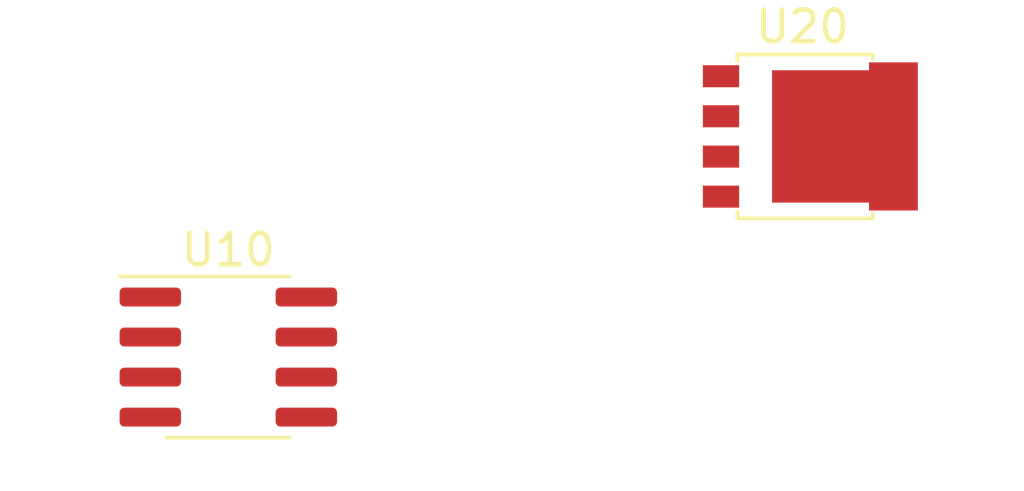
<source format=kicad_pcb>
(kicad_pcb (version 20211014) (generator pcbnew)
  (layers (0 "F.Cu" signal) (31 "B.Cu" signal) (34 "B.Paste" user) (35 "F.Paste" user) (36 "B.SilkS" user "B.Silkscreen") (37 "F.SilkS" user "F.Silkscreen") (38 "B.Mask" user) (39 "F.Mask" user) (44 "Edge.Cuts" user))
  (net 0 "")
  (footprint "Package_TO_SOT_SMD:LFPAK56" (layer "F.Cu") (at 163.465 88.5)
    (fp_text reference "U20" (at -0.245 -3.48) (layer "F.SilkS"))
    (fp_text value "PSMN1R0-30YLDX")
    (fp_line (start 1.985 2.6) (end 1.985 2.45) (layer "F.SilkS") (width 0.12))
    (fp_line (start -2.315 -2.6) (end -2.315 -2.4) (layer "F.SilkS") (width 0.12))
    (fp_line (start -2.315 2.4) (end -2.315 2.6) (layer "F.SilkS") (width 0.12))
    (fp_line (start 1.985 -2.45) (end 1.985 -2.6) (layer "F.SilkS") (width 0.12))
    (fp_line (start 1.985 -2.6) (end -2.315 -2.6) (layer "F.SilkS") (width 0.12))
    (fp_line (start -2.315 2.6) (end 1.985 2.6) (layer "F.SilkS") (width 0.12))
    (pad "1" smd rect (at -2.835 -1.91 270) (size 0.7 1.15) (layers "F.Cu" "F.Paste" "F.Mask"))
    (pad "2" smd rect (at -2.835 -0.64 270) (size 0.7 1.15) (layers "F.Cu" "F.Paste" "F.Mask"))
    (pad "3" smd rect (at -2.835 0.64 270) (size 0.7 1.15) (layers "F.Cu" "F.Paste" "F.Mask"))
    (pad "4" smd rect (at -2.835 1.91 270) (size 0.7 1.15) (layers "F.Cu" "F.Paste" "F.Mask"))
    (pad "5" smd custom (at 0.435 0) (size 3.3 4.2) (layers "F.Cu" "F.Mask") (options (clearance outline) (anchor rect)) (primitives (gr_poly (pts (xy 2.975 2.35) (xy 1.425 2.35) (xy 1.425 -2.35) (xy 2.975 -2.35)) (width 0) (fill yes))))
  )
  (footprint "Package_SO:SOIC-8_3.9x4.9mm_P1.27mm" (layer "F.Cu") (at 145 95.5)
    (fp_text reference "U10" (at 0 -3.4) (layer "F.SilkS"))
    (fp_text value "LM5111-1M/NOPB")
    (fp_line (start 0 2.56) (end 1.95 2.56) (layer "F.SilkS") (width 0.12))
    (fp_line (start 0 -2.56) (end -3.45 -2.56) (layer "F.SilkS") (width 0.12))
    (fp_line (start 0 -2.56) (end 1.95 -2.56) (layer "F.SilkS") (width 0.12))
    (fp_line (start 0 2.56) (end -1.95 2.56) (layer "F.SilkS") (width 0.12))
    (pad "1" smd roundrect (at -2.475 -1.905) (size 1.95 0.6) (layers "F.Cu" "F.Paste" "F.Mask"))
    (pad "2" smd roundrect (at -2.475 -0.635) (size 1.95 0.6) (layers "F.Cu" "F.Paste" "F.Mask"))
    (pad "3" smd roundrect (at -2.475 0.635) (size 1.95 0.6) (layers "F.Cu" "F.Paste" "F.Mask"))
    (pad "4" smd roundrect (at -2.475 1.905) (size 1.95 0.6) (layers "F.Cu" "F.Paste" "F.Mask"))
    (pad "5" smd roundrect (at 2.475 1.905) (size 1.95 0.6) (layers "F.Cu" "F.Paste" "F.Mask"))
    (pad "6" smd roundrect (at 2.475 0.635) (size 1.95 0.6) (layers "F.Cu" "F.Paste" "F.Mask"))
    (pad "7" smd roundrect (at 2.475 -0.635) (size 1.95 0.6) (layers "F.Cu" "F.Paste" "F.Mask"))
    (pad "8" smd roundrect (at 2.475 -1.905) (size 1.95 0.6) (layers "F.Cu" "F.Paste" "F.Mask"))
  )
)
</source>
